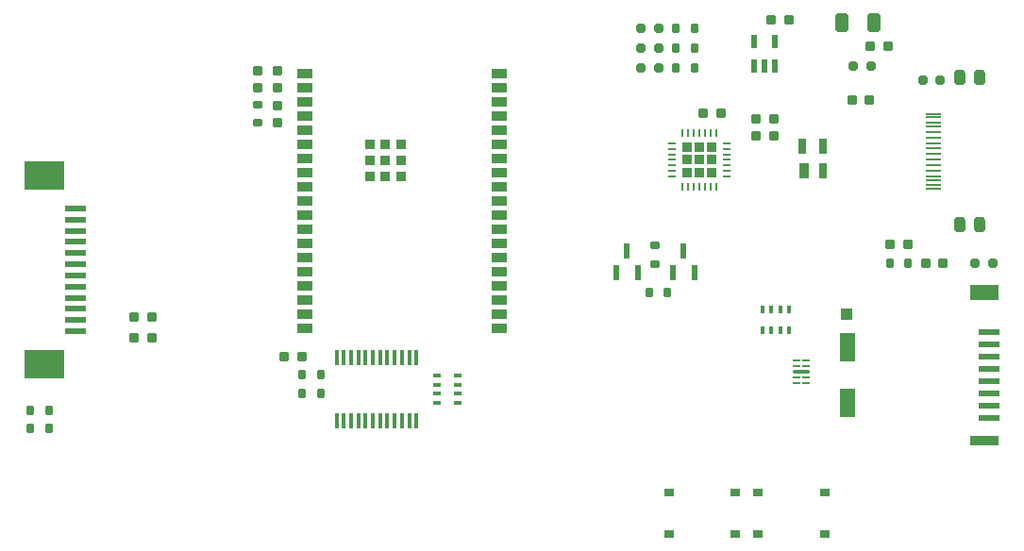
<source format=gbr>
%TF.GenerationSoftware,KiCad,Pcbnew,(6.0.8-1)-1*%
%TF.CreationDate,2023-01-11T15:45:59-05:00*%
%TF.ProjectId,smart-chessboard-controller,736d6172-742d-4636-9865-7373626f6172,C*%
%TF.SameCoordinates,Original*%
%TF.FileFunction,Paste,Top*%
%TF.FilePolarity,Positive*%
%FSLAX46Y46*%
G04 Gerber Fmt 4.6, Leading zero omitted, Abs format (unit mm)*
G04 Created by KiCad (PCBNEW (6.0.8-1)-1) date 2023-01-11 15:45:59*
%MOMM*%
%LPD*%
G01*
G04 APERTURE LIST*
G04 Aperture macros list*
%AMRoundRect*
0 Rectangle with rounded corners*
0 $1 Rounding radius*
0 $2 $3 $4 $5 $6 $7 $8 $9 X,Y pos of 4 corners*
0 Add a 4 corners polygon primitive as box body*
4,1,4,$2,$3,$4,$5,$6,$7,$8,$9,$2,$3,0*
0 Add four circle primitives for the rounded corners*
1,1,$1+$1,$2,$3*
1,1,$1+$1,$4,$5*
1,1,$1+$1,$6,$7*
1,1,$1+$1,$8,$9*
0 Add four rect primitives between the rounded corners*
20,1,$1+$1,$2,$3,$4,$5,0*
20,1,$1+$1,$4,$5,$6,$7,0*
20,1,$1+$1,$6,$7,$8,$9,0*
20,1,$1+$1,$8,$9,$2,$3,0*%
G04 Aperture macros list end*
%ADD10RoundRect,0.178750X-0.218750X-0.256250X0.218750X-0.256250X0.218750X0.256250X-0.218750X0.256250X0*%
%ADD11R,1.420000X0.820000*%
%ADD12R,0.820000X0.820000*%
%ADD13RoundRect,0.185000X-0.225000X-0.250000X0.225000X-0.250000X0.225000X0.250000X-0.225000X0.250000X0*%
%ADD14RoundRect,0.160000X0.275000X-0.200000X0.275000X0.200000X-0.275000X0.200000X-0.275000X-0.200000X0*%
%ADD15R,1.920000X0.620000*%
%ADD16R,1.320000X2.620000*%
%ADD17R,2.520000X0.920000*%
%ADD18R,1.120000X1.120000*%
%ADD19R,2.520000X1.420000*%
%ADD20RoundRect,0.185000X0.250000X-0.225000X0.250000X0.225000X-0.250000X0.225000X-0.250000X-0.225000X0*%
%ADD21RoundRect,0.178750X0.218750X0.256250X-0.218750X0.256250X-0.218750X-0.256250X0.218750X-0.256250X0*%
%ADD22RoundRect,0.060000X0.100000X-0.637500X0.100000X0.637500X-0.100000X0.637500X-0.100000X-0.637500X0*%
%ADD23R,0.920000X0.670000*%
%ADD24RoundRect,0.110000X0.150000X-0.587500X0.150000X0.587500X-0.150000X0.587500X-0.150000X-0.587500X0*%
%ADD25RoundRect,0.160000X-0.200000X-0.275000X0.200000X-0.275000X0.200000X0.275000X-0.200000X0.275000X0*%
%ADD26R,0.420000X0.720000*%
%ADD27R,0.320000X0.720000*%
%ADD28RoundRect,0.185000X0.225000X0.250000X-0.225000X0.250000X-0.225000X-0.250000X0.225000X-0.250000X0*%
%ADD29RoundRect,0.210000X-0.375000X-0.625000X0.375000X-0.625000X0.375000X0.625000X-0.375000X0.625000X0*%
%ADD30RoundRect,0.160000X0.200000X0.275000X-0.200000X0.275000X-0.200000X-0.275000X0.200000X-0.275000X0*%
%ADD31R,0.920000X1.320000*%
%ADD32R,0.720000X1.320000*%
%ADD33R,1.920000X0.530000*%
%ADD34R,3.520000X2.600000*%
%ADD35RoundRect,0.010000X0.287500X-0.050000X0.287500X0.050000X-0.287500X0.050000X-0.287500X-0.050000X0*%
%ADD36RoundRect,0.060000X0.675000X-0.100000X0.675000X0.100000X-0.675000X0.100000X-0.675000X-0.100000X0*%
%ADD37RoundRect,0.110000X0.150000X-0.512500X0.150000X0.512500X-0.150000X0.512500X-0.150000X-0.512500X0*%
%ADD38RoundRect,0.210000X0.262500X0.450000X-0.262500X0.450000X-0.262500X-0.450000X0.262500X-0.450000X0*%
%ADD39RoundRect,0.185000X-0.250000X0.225000X-0.250000X-0.225000X0.250000X-0.225000X0.250000X0.225000X0*%
%ADD40R,0.720000X0.420000*%
%ADD41R,0.720000X0.320000*%
%ADD42RoundRect,0.225000X0.225000X0.225000X-0.225000X0.225000X-0.225000X-0.225000X0.225000X-0.225000X0*%
%ADD43RoundRect,0.022500X0.337500X0.062500X-0.337500X0.062500X-0.337500X-0.062500X0.337500X-0.062500X0*%
%ADD44RoundRect,0.022500X0.062500X0.337500X-0.062500X0.337500X-0.062500X-0.337500X0.062500X-0.337500X0*%
%ADD45R,1.320000X0.220000*%
G04 APERTURE END LIST*
D10*
%TO.C,L2*%
X151358500Y-50038000D03*
X152933500Y-50038000D03*
%TD*%
D11*
%TO.C,U2*%
X95896000Y-49398000D03*
X95896000Y-50668000D03*
X95896000Y-51938000D03*
X95896000Y-53208000D03*
X95896000Y-54478000D03*
X95896000Y-55748000D03*
X95896000Y-57018000D03*
X95896000Y-58288000D03*
X95896000Y-59558000D03*
X95896000Y-60828000D03*
X95896000Y-62098000D03*
X95896000Y-63368000D03*
X95896000Y-64638000D03*
X95896000Y-65908000D03*
X95896000Y-67178000D03*
X95896000Y-68448000D03*
X95896000Y-69718000D03*
X95896000Y-70988000D03*
X95896000Y-72258000D03*
X113396000Y-72258000D03*
X113396000Y-70988000D03*
X113396000Y-69718000D03*
X113396000Y-68448000D03*
X113396000Y-67178000D03*
X113396000Y-65908000D03*
X113396000Y-64638000D03*
X113396000Y-63368000D03*
X113396000Y-62098000D03*
X113396000Y-60828000D03*
X113396000Y-59558000D03*
X113396000Y-58288000D03*
X113396000Y-57018000D03*
X113396000Y-55748000D03*
X113396000Y-54478000D03*
X113396000Y-53208000D03*
X113396000Y-51938000D03*
X113396000Y-50668000D03*
X113396000Y-49398000D03*
D12*
X101746000Y-55798000D03*
X103146000Y-55798000D03*
X104546000Y-55798000D03*
X101746000Y-57198000D03*
X103146000Y-57198000D03*
X104546000Y-57198000D03*
X101746000Y-58598000D03*
X103146000Y-58598000D03*
X104546000Y-58598000D03*
%TD*%
D13*
%TO.C,C13*%
X80632000Y-73152000D03*
X82182000Y-73152000D03*
%TD*%
D14*
%TO.C,R19*%
X127381000Y-66484000D03*
X127381000Y-64834000D03*
%TD*%
D15*
%TO.C,J2*%
X157351000Y-72581000D03*
X157351000Y-73681000D03*
X157351000Y-74781000D03*
X157351000Y-75881000D03*
X157351000Y-76981000D03*
X157351000Y-78081000D03*
X157351000Y-79181000D03*
X157351000Y-80281000D03*
D16*
X144651000Y-73981000D03*
D17*
X156851000Y-82381000D03*
D18*
X144551000Y-70981000D03*
D19*
X156851000Y-69031000D03*
D16*
X144651000Y-78931000D03*
%TD*%
D20*
%TO.C,C6*%
X93470000Y-50686000D03*
X93470000Y-49136000D03*
%TD*%
D21*
%TO.C,L1*%
X146710500Y-48768000D03*
X145135500Y-48768000D03*
%TD*%
D22*
%TO.C,U5*%
X98787000Y-80586500D03*
X99437000Y-80586500D03*
X100087000Y-80586500D03*
X100737000Y-80586500D03*
X101387000Y-80586500D03*
X102037000Y-80586500D03*
X102687000Y-80586500D03*
X103337000Y-80586500D03*
X103987000Y-80586500D03*
X104637000Y-80586500D03*
X105287000Y-80586500D03*
X105937000Y-80586500D03*
X105937000Y-74861500D03*
X105287000Y-74861500D03*
X104637000Y-74861500D03*
X103987000Y-74861500D03*
X103337000Y-74861500D03*
X102687000Y-74861500D03*
X102037000Y-74861500D03*
X101387000Y-74861500D03*
X100737000Y-74861500D03*
X100087000Y-74861500D03*
X99437000Y-74861500D03*
X98787000Y-74861500D03*
%TD*%
D23*
%TO.C,SW4*%
X142573000Y-86987000D03*
X136573000Y-86987000D03*
X136573000Y-90737000D03*
X142573000Y-90737000D03*
%TD*%
D24*
%TO.C,Q1*%
X123891000Y-67231500D03*
X125791000Y-67231500D03*
X124841000Y-65356500D03*
%TD*%
D25*
%TO.C,R18*%
X126810000Y-69088000D03*
X128460000Y-69088000D03*
%TD*%
D26*
%TO.C,RN1*%
X136976000Y-72401000D03*
D27*
X137776000Y-72401000D03*
X138576000Y-72401000D03*
D26*
X139376000Y-72401000D03*
X139376000Y-70601000D03*
D27*
X138576000Y-70601000D03*
X137776000Y-70601000D03*
D26*
X136976000Y-70601000D03*
%TD*%
D13*
%TO.C,C2*%
X151625000Y-66421000D03*
X153175000Y-66421000D03*
%TD*%
D20*
%TO.C,C10*%
X136398000Y-55004000D03*
X136398000Y-53454000D03*
%TD*%
%TO.C,C7*%
X91679000Y-50686000D03*
X91679000Y-49136000D03*
%TD*%
D23*
%TO.C,SW2*%
X128572000Y-86987000D03*
X134572000Y-86987000D03*
X128572000Y-90737000D03*
X134572000Y-90737000D03*
%TD*%
D20*
%TO.C,C8*%
X138049000Y-55004000D03*
X138049000Y-53454000D03*
%TD*%
D28*
%TO.C,C16*%
X148222000Y-46990000D03*
X146672000Y-46990000D03*
%TD*%
D29*
%TO.C,F1*%
X144142000Y-44831000D03*
X146942000Y-44831000D03*
%TD*%
D30*
%TO.C,R14*%
X130873000Y-45339000D03*
X129223000Y-45339000D03*
%TD*%
D31*
%TO.C,U3*%
X140728000Y-58123000D03*
D32*
X142428000Y-58123000D03*
X142428000Y-55923000D03*
X140528000Y-55923000D03*
%TD*%
D28*
%TO.C,C9*%
X133236000Y-52959000D03*
X131686000Y-52959000D03*
%TD*%
D10*
%TO.C,LED3*%
X126085500Y-45339000D03*
X127660500Y-45339000D03*
%TD*%
D33*
%TO.C,J4*%
X75331000Y-61518000D03*
X75331000Y-62518000D03*
X75331000Y-63518000D03*
X75331000Y-64518000D03*
X75331000Y-65518000D03*
X75331000Y-66518000D03*
X75331000Y-67518000D03*
X75331000Y-68518000D03*
X75331000Y-69518000D03*
X75331000Y-70518000D03*
X75331000Y-71518000D03*
X75331000Y-72518000D03*
D34*
X72531000Y-58528000D03*
X72531000Y-75508000D03*
%TD*%
D35*
%TO.C,D1*%
X140024500Y-77162000D03*
X140899500Y-77162000D03*
X140024500Y-76662000D03*
X140899500Y-76662000D03*
D36*
X140462000Y-76162000D03*
D35*
X140899500Y-75662000D03*
X140024500Y-75662000D03*
X140899500Y-75162000D03*
X140024500Y-75162000D03*
%TD*%
D28*
%TO.C,C11*%
X95644000Y-74803000D03*
X94094000Y-74803000D03*
%TD*%
D10*
%TO.C,L3*%
X156057500Y-66421000D03*
X157632500Y-66421000D03*
%TD*%
D37*
%TO.C,U1*%
X136211000Y-48762500D03*
X137161000Y-48762500D03*
X138111000Y-48762500D03*
X138111000Y-46487500D03*
X136211000Y-46487500D03*
%TD*%
D38*
%TO.C,R4*%
X156487500Y-62990000D03*
X154662500Y-62990000D03*
%TD*%
D25*
%TO.C,R15*%
X95695000Y-78105000D03*
X97345000Y-78105000D03*
%TD*%
D30*
%TO.C,R10*%
X130873000Y-47117000D03*
X129223000Y-47117000D03*
%TD*%
D39*
%TO.C,C3*%
X93470000Y-52247000D03*
X93470000Y-53797000D03*
%TD*%
D10*
%TO.C,LED2*%
X126085500Y-47117000D03*
X127660500Y-47117000D03*
%TD*%
D40*
%TO.C,RN2*%
X109612000Y-78924000D03*
D41*
X109612000Y-78124000D03*
X109612000Y-77324000D03*
D40*
X109612000Y-76524000D03*
X107812000Y-76524000D03*
D41*
X107812000Y-77324000D03*
X107812000Y-78124000D03*
D40*
X107812000Y-78924000D03*
%TD*%
D42*
%TO.C,U4*%
X130196000Y-57150000D03*
X130196000Y-56030000D03*
X132436000Y-57150000D03*
X131316000Y-56030000D03*
X131316000Y-57150000D03*
X132436000Y-56030000D03*
X131316000Y-58270000D03*
X132436000Y-58270000D03*
X130196000Y-58270000D03*
D43*
X133766000Y-58650000D03*
X133766000Y-58150000D03*
X133766000Y-57650000D03*
X133766000Y-57150000D03*
X133766000Y-56650000D03*
X133766000Y-56150000D03*
X133766000Y-55650000D03*
D44*
X132816000Y-54700000D03*
X132316000Y-54700000D03*
X131816000Y-54700000D03*
X131316000Y-54700000D03*
X130816000Y-54700000D03*
X130316000Y-54700000D03*
X129816000Y-54700000D03*
D43*
X128866000Y-55650000D03*
X128866000Y-56150000D03*
X128866000Y-56650000D03*
X128866000Y-57150000D03*
X128866000Y-57650000D03*
X128866000Y-58150000D03*
X128866000Y-58650000D03*
D44*
X129816000Y-59600000D03*
X130316000Y-59600000D03*
X130816000Y-59600000D03*
X131316000Y-59600000D03*
X131816000Y-59600000D03*
X132316000Y-59600000D03*
X132816000Y-59600000D03*
%TD*%
D28*
%TO.C,C4*%
X146571000Y-51816000D03*
X145021000Y-51816000D03*
%TD*%
%TO.C,C1*%
X150000000Y-64770000D03*
X148450000Y-64770000D03*
%TD*%
D25*
%TO.C,R11*%
X95695000Y-76454000D03*
X97345000Y-76454000D03*
%TD*%
D38*
%TO.C,R8*%
X156487500Y-49782000D03*
X154662500Y-49782000D03*
%TD*%
D30*
%TO.C,R2*%
X72961000Y-79629000D03*
X71311000Y-79629000D03*
%TD*%
D14*
%TO.C,R1*%
X91692000Y-53847000D03*
X91692000Y-52197000D03*
%TD*%
D30*
%TO.C,R9*%
X130873000Y-48895000D03*
X129223000Y-48895000D03*
%TD*%
D25*
%TO.C,R5*%
X148400000Y-66421000D03*
X150050000Y-66421000D03*
%TD*%
D30*
%TO.C,R3*%
X72961000Y-81280000D03*
X71311000Y-81280000D03*
%TD*%
D13*
%TO.C,C5*%
X137783000Y-44577000D03*
X139333000Y-44577000D03*
%TD*%
D24*
%TO.C,Q2*%
X128971000Y-67231500D03*
X130871000Y-67231500D03*
X129921000Y-65356500D03*
%TD*%
D45*
%TO.C,J1*%
X152304000Y-59736000D03*
X152304000Y-58936000D03*
X152304000Y-57636000D03*
X152304000Y-56636000D03*
X152304000Y-56136000D03*
X152304000Y-55136000D03*
X152304000Y-53836000D03*
X152304000Y-53036000D03*
X152304000Y-53336000D03*
X152304000Y-54136000D03*
X152304000Y-54636000D03*
X152304000Y-55636000D03*
X152304000Y-57136000D03*
X152304000Y-58136000D03*
X152304000Y-58636000D03*
X152304000Y-59436000D03*
%TD*%
D10*
%TO.C,LED1*%
X126085500Y-48895000D03*
X127660500Y-48895000D03*
%TD*%
D13*
%TO.C,C12*%
X80632000Y-71247000D03*
X82182000Y-71247000D03*
%TD*%
M02*

</source>
